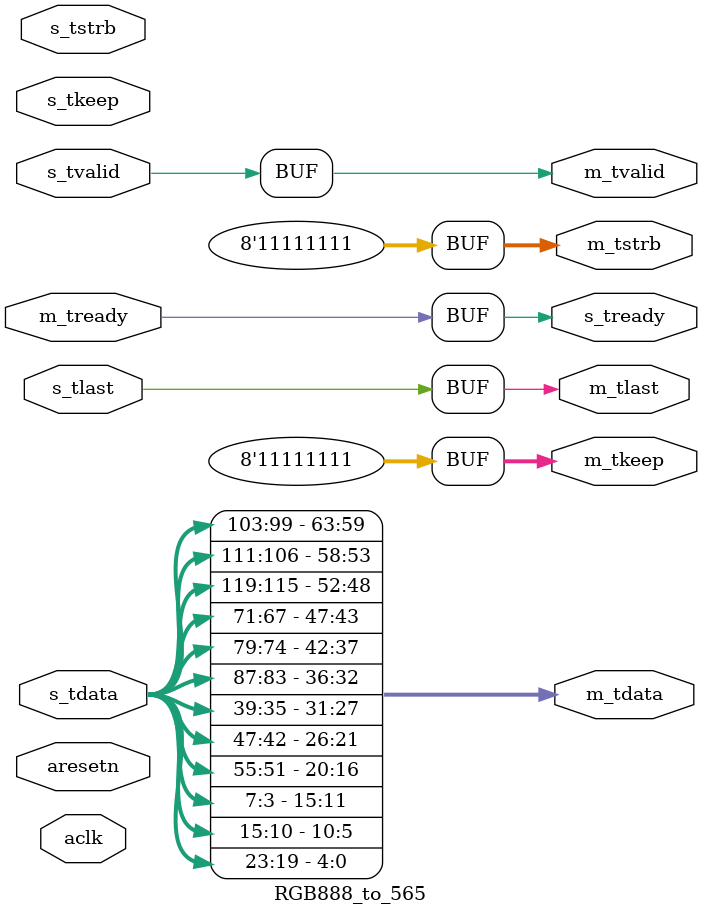
<source format=v>
`timescale 1ns / 1ps

module RGB888_to_565 (
    input  wire        aclk,
    input  wire        aresetn,

    // AXI Stream Input (Slave)
    input  wire         s_tvalid,        // Incoming valid signal
    output wire         s_tready,        // This module is ready to receive data
    input  wire         s_tlast,         // Last transfer in packet
    input  wire [15:0]  s_tkeep,         // How many to keep cuh
    input  wire [15:0]  s_tstrb,         // I don't fucking know
    input  wire [127:0] s_tdata,       // 4 pixels of 32-bit 0BGR888

    // AXI Stream Output (Master)
    output wire        m_tvalid,        // Output valid signal
    input  wire        m_tready,        // Downstream module ready to receive data
    output wire        m_tlast,         // Last transfer in packet
    output wire [7:0]  m_tkeep,         // 
    output wire [7:0]  m_tstrb,         // 
    output wire [63:0] m_tdata       // 4 pixels of 16-bit RGB565
);
    // Handshake: Ready when downstream is ready
    assign s_tready = m_tready;
    assign m_tvalid = s_tvalid;
    assign m_tlast  = s_tlast;
    
    // Conversion logic: Extract RGB888 and pack into RGB565
    // assign m_tdata[15:0]  = {s_tdata[23:19], s_tdata[15:10], s_tdata[7:3]};       // Pixel 1
    // assign m_tdata[31:16] = {s_tdata[55:51], s_tdata[47:42], s_tdata[39:35]};     // Pixel 2
    // assign m_tdata[47:32] = {s_tdata[87:83], s_tdata[79:74], s_tdata[71:67]};     // Pixel 3
    // assign m_tdata[63:48] = {s_tdata[119:115], s_tdata[111:106], s_tdata[103:99]}; // Pixel 4

    assign m_tdata[15:0]  = {s_tdata[7:3], s_tdata[15:10], s_tdata[23:19]};       // Pixel 1
    assign m_tdata[31:16] = {s_tdata[39:35], s_tdata[47:42], s_tdata[55:51]};     // Pixel 2
    assign m_tdata[47:32] = {s_tdata[71:67], s_tdata[79:74], s_tdata[87:83]};     // Pixel 3
    assign m_tdata[63:48] = {s_tdata[103:99], s_tdata[111:106], s_tdata[119:115]}; // Pixel 4
    
    assign m_tkeep = 8'hff;
    assign m_tstrb = 8'hff;
    

endmodule
</source>
